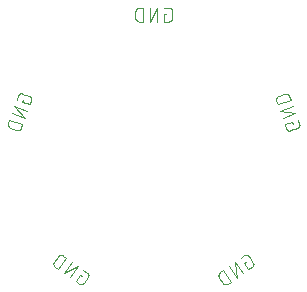
<source format=gbr>
G04 EAGLE Gerber RS-274X export*
G75*
%MOMM*%
%FSLAX34Y34*%
%LPD*%
%INSilkscreen Bottom*%
%IPPOS*%
%AMOC8*
5,1,8,0,0,1.08239X$1,22.5*%
G01*
%ADD10C,0.101600*%


D10*
X357094Y466149D02*
X355146Y466149D01*
X355146Y459658D01*
X359041Y459658D01*
X359140Y459660D01*
X359240Y459666D01*
X359339Y459675D01*
X359437Y459688D01*
X359535Y459705D01*
X359633Y459726D01*
X359729Y459751D01*
X359824Y459779D01*
X359918Y459811D01*
X360011Y459846D01*
X360103Y459885D01*
X360193Y459928D01*
X360281Y459973D01*
X360368Y460023D01*
X360452Y460075D01*
X360535Y460131D01*
X360615Y460189D01*
X360693Y460251D01*
X360768Y460316D01*
X360841Y460384D01*
X360911Y460454D01*
X360979Y460527D01*
X361044Y460602D01*
X361106Y460680D01*
X361164Y460760D01*
X361220Y460843D01*
X361272Y460927D01*
X361322Y461014D01*
X361367Y461102D01*
X361410Y461192D01*
X361449Y461284D01*
X361484Y461377D01*
X361516Y461471D01*
X361544Y461566D01*
X361569Y461662D01*
X361590Y461760D01*
X361607Y461858D01*
X361620Y461956D01*
X361629Y462055D01*
X361635Y462155D01*
X361637Y462254D01*
X361638Y462254D02*
X361638Y468746D01*
X361637Y468746D02*
X361635Y468845D01*
X361629Y468945D01*
X361620Y469044D01*
X361607Y469142D01*
X361590Y469240D01*
X361569Y469338D01*
X361544Y469434D01*
X361516Y469529D01*
X361484Y469623D01*
X361449Y469716D01*
X361410Y469808D01*
X361367Y469898D01*
X361322Y469986D01*
X361272Y470073D01*
X361220Y470157D01*
X361164Y470240D01*
X361106Y470320D01*
X361044Y470398D01*
X360979Y470473D01*
X360911Y470546D01*
X360841Y470616D01*
X360768Y470684D01*
X360693Y470749D01*
X360615Y470811D01*
X360535Y470869D01*
X360452Y470925D01*
X360368Y470977D01*
X360281Y471027D01*
X360193Y471072D01*
X360103Y471115D01*
X360011Y471154D01*
X359918Y471189D01*
X359824Y471221D01*
X359729Y471249D01*
X359633Y471274D01*
X359535Y471295D01*
X359437Y471312D01*
X359339Y471325D01*
X359240Y471334D01*
X359140Y471340D01*
X359041Y471342D01*
X355146Y471342D01*
X349446Y471342D02*
X349446Y459658D01*
X342954Y459658D02*
X349446Y471342D01*
X342954Y471342D02*
X342954Y459658D01*
X337254Y459658D02*
X337254Y471342D01*
X334008Y471342D01*
X333895Y471340D01*
X333782Y471334D01*
X333669Y471324D01*
X333556Y471310D01*
X333444Y471293D01*
X333333Y471271D01*
X333223Y471246D01*
X333113Y471216D01*
X333005Y471183D01*
X332898Y471146D01*
X332792Y471106D01*
X332688Y471061D01*
X332585Y471013D01*
X332484Y470962D01*
X332385Y470907D01*
X332288Y470849D01*
X332193Y470787D01*
X332100Y470722D01*
X332010Y470654D01*
X331922Y470583D01*
X331836Y470508D01*
X331753Y470431D01*
X331673Y470351D01*
X331596Y470268D01*
X331521Y470182D01*
X331450Y470094D01*
X331382Y470004D01*
X331317Y469911D01*
X331255Y469816D01*
X331197Y469719D01*
X331142Y469620D01*
X331091Y469519D01*
X331043Y469416D01*
X330998Y469312D01*
X330958Y469206D01*
X330921Y469099D01*
X330888Y468991D01*
X330858Y468881D01*
X330833Y468771D01*
X330811Y468660D01*
X330794Y468548D01*
X330780Y468435D01*
X330770Y468322D01*
X330764Y468209D01*
X330762Y468096D01*
X330762Y462904D01*
X330764Y462791D01*
X330770Y462678D01*
X330780Y462565D01*
X330794Y462452D01*
X330811Y462340D01*
X330833Y462229D01*
X330858Y462119D01*
X330888Y462009D01*
X330921Y461901D01*
X330958Y461794D01*
X330998Y461688D01*
X331043Y461584D01*
X331091Y461481D01*
X331142Y461380D01*
X331197Y461281D01*
X331255Y461184D01*
X331317Y461089D01*
X331382Y460996D01*
X331450Y460906D01*
X331521Y460818D01*
X331596Y460732D01*
X331673Y460649D01*
X331753Y460569D01*
X331836Y460492D01*
X331922Y460417D01*
X332010Y460346D01*
X332100Y460278D01*
X332193Y460213D01*
X332288Y460151D01*
X332385Y460093D01*
X332484Y460038D01*
X332585Y459987D01*
X332688Y459939D01*
X332792Y459894D01*
X332898Y459854D01*
X333005Y459817D01*
X333113Y459784D01*
X333223Y459754D01*
X333333Y459729D01*
X333444Y459707D01*
X333556Y459690D01*
X333669Y459676D01*
X333782Y459666D01*
X333895Y459660D01*
X334008Y459658D01*
X337254Y459658D01*
X463370Y374915D02*
X464036Y373085D01*
X463370Y374915D02*
X457270Y372695D01*
X458602Y369035D01*
X458603Y369035D02*
X458638Y368942D01*
X458678Y368851D01*
X458720Y368761D01*
X458767Y368673D01*
X458816Y368587D01*
X458869Y368503D01*
X458925Y368420D01*
X458984Y368340D01*
X459046Y368263D01*
X459111Y368188D01*
X459179Y368115D01*
X459250Y368045D01*
X459323Y367978D01*
X459399Y367913D01*
X459477Y367852D01*
X459558Y367793D01*
X459640Y367738D01*
X459725Y367686D01*
X459812Y367637D01*
X459900Y367592D01*
X459990Y367550D01*
X460082Y367511D01*
X460175Y367476D01*
X460269Y367445D01*
X460365Y367417D01*
X460461Y367393D01*
X460559Y367372D01*
X460657Y367356D01*
X460755Y367343D01*
X460854Y367334D01*
X460954Y367329D01*
X461053Y367327D01*
X461153Y367329D01*
X461252Y367335D01*
X461351Y367345D01*
X461449Y367359D01*
X461547Y367377D01*
X461644Y367398D01*
X461741Y367423D01*
X461836Y367451D01*
X461930Y367484D01*
X461930Y367483D02*
X468030Y369703D01*
X468030Y369704D02*
X468123Y369739D01*
X468214Y369779D01*
X468304Y369821D01*
X468392Y369868D01*
X468478Y369917D01*
X468562Y369970D01*
X468645Y370026D01*
X468725Y370085D01*
X468802Y370147D01*
X468877Y370212D01*
X468950Y370280D01*
X469020Y370351D01*
X469087Y370424D01*
X469152Y370500D01*
X469213Y370578D01*
X469272Y370659D01*
X469327Y370741D01*
X469379Y370826D01*
X469428Y370913D01*
X469473Y371001D01*
X469515Y371091D01*
X469554Y371183D01*
X469589Y371276D01*
X469620Y371370D01*
X469648Y371466D01*
X469672Y371562D01*
X469693Y371660D01*
X469709Y371758D01*
X469722Y371856D01*
X469731Y371955D01*
X469736Y372055D01*
X469738Y372154D01*
X469736Y372253D01*
X469730Y372353D01*
X469720Y372452D01*
X469706Y372550D01*
X469688Y372648D01*
X469667Y372745D01*
X469642Y372842D01*
X469614Y372937D01*
X469581Y373031D01*
X469582Y373031D02*
X468250Y376691D01*
X466300Y382048D02*
X455320Y378052D01*
X453100Y384152D02*
X466300Y382048D01*
X464080Y388148D02*
X453100Y384152D01*
X451151Y389509D02*
X462130Y393505D01*
X461020Y396555D01*
X460980Y396661D01*
X460935Y396765D01*
X460887Y396868D01*
X460836Y396969D01*
X460781Y397068D01*
X460723Y397165D01*
X460661Y397260D01*
X460596Y397353D01*
X460528Y397443D01*
X460457Y397531D01*
X460382Y397617D01*
X460305Y397700D01*
X460225Y397780D01*
X460142Y397857D01*
X460056Y397932D01*
X459968Y398003D01*
X459878Y398071D01*
X459785Y398136D01*
X459690Y398198D01*
X459593Y398256D01*
X459494Y398311D01*
X459393Y398362D01*
X459290Y398410D01*
X459186Y398455D01*
X459080Y398495D01*
X458973Y398532D01*
X458865Y398565D01*
X458755Y398595D01*
X458645Y398620D01*
X458534Y398642D01*
X458422Y398659D01*
X458309Y398673D01*
X458196Y398683D01*
X458083Y398689D01*
X457970Y398691D01*
X457857Y398689D01*
X457744Y398683D01*
X457631Y398673D01*
X457518Y398659D01*
X457406Y398642D01*
X457295Y398620D01*
X457185Y398595D01*
X457075Y398565D01*
X456967Y398532D01*
X456860Y398495D01*
X456860Y398494D02*
X451980Y396718D01*
X451980Y396719D02*
X451874Y396679D01*
X451770Y396634D01*
X451667Y396586D01*
X451566Y396535D01*
X451467Y396480D01*
X451370Y396422D01*
X451275Y396360D01*
X451182Y396295D01*
X451092Y396227D01*
X451004Y396156D01*
X450918Y396081D01*
X450835Y396004D01*
X450755Y395924D01*
X450678Y395841D01*
X450603Y395755D01*
X450532Y395667D01*
X450464Y395577D01*
X450399Y395484D01*
X450337Y395389D01*
X450279Y395292D01*
X450224Y395193D01*
X450173Y395092D01*
X450125Y394989D01*
X450080Y394885D01*
X450040Y394779D01*
X450003Y394672D01*
X449970Y394564D01*
X449940Y394454D01*
X449915Y394344D01*
X449893Y394233D01*
X449876Y394121D01*
X449862Y394008D01*
X449852Y393895D01*
X449846Y393782D01*
X449844Y393669D01*
X449846Y393556D01*
X449852Y393443D01*
X449862Y393330D01*
X449876Y393217D01*
X449893Y393105D01*
X449915Y392994D01*
X449940Y392884D01*
X449970Y392774D01*
X450003Y392666D01*
X450040Y392559D01*
X450041Y392559D02*
X451151Y389509D01*
X424343Y256226D02*
X422748Y255109D01*
X426471Y249792D01*
X429662Y252026D01*
X429661Y252026D02*
X429741Y252085D01*
X429819Y252147D01*
X429895Y252211D01*
X429968Y252279D01*
X430039Y252349D01*
X430106Y252422D01*
X430171Y252497D01*
X430233Y252575D01*
X430292Y252655D01*
X430348Y252737D01*
X430401Y252822D01*
X430450Y252908D01*
X430496Y252996D01*
X430539Y253086D01*
X430578Y253177D01*
X430613Y253270D01*
X430645Y253364D01*
X430674Y253460D01*
X430698Y253556D01*
X430719Y253653D01*
X430737Y253751D01*
X430750Y253850D01*
X430760Y253949D01*
X430766Y254048D01*
X430768Y254147D01*
X430766Y254247D01*
X430761Y254346D01*
X430751Y254445D01*
X430738Y254544D01*
X430722Y254642D01*
X430701Y254739D01*
X430677Y254836D01*
X430649Y254931D01*
X430617Y255025D01*
X430582Y255118D01*
X430543Y255210D01*
X430501Y255300D01*
X430455Y255388D01*
X430406Y255475D01*
X430354Y255559D01*
X430299Y255642D01*
X426576Y260959D01*
X426517Y261039D01*
X426455Y261117D01*
X426391Y261193D01*
X426323Y261266D01*
X426253Y261337D01*
X426180Y261404D01*
X426105Y261469D01*
X426027Y261531D01*
X425947Y261590D01*
X425865Y261646D01*
X425780Y261699D01*
X425694Y261748D01*
X425606Y261794D01*
X425516Y261837D01*
X425425Y261876D01*
X425332Y261911D01*
X425238Y261943D01*
X425142Y261972D01*
X425046Y261996D01*
X424949Y262017D01*
X424851Y262035D01*
X424752Y262048D01*
X424653Y262058D01*
X424554Y262064D01*
X424455Y262066D01*
X424355Y262064D01*
X424256Y262059D01*
X424157Y262050D01*
X424058Y262036D01*
X423960Y262020D01*
X423863Y261999D01*
X423766Y261975D01*
X423671Y261947D01*
X423577Y261915D01*
X423484Y261880D01*
X423392Y261841D01*
X423302Y261799D01*
X423214Y261753D01*
X423127Y261704D01*
X423043Y261652D01*
X422960Y261597D01*
X419770Y259363D01*
X415100Y256093D02*
X421801Y246522D01*
X416484Y242799D02*
X415100Y256093D01*
X409783Y252370D02*
X416484Y242799D01*
X411814Y239529D02*
X405113Y249100D01*
X402454Y247238D01*
X402454Y247239D02*
X402363Y247172D01*
X402273Y247103D01*
X402186Y247030D01*
X402102Y246954D01*
X402021Y246875D01*
X401942Y246794D01*
X401866Y246710D01*
X401793Y246623D01*
X401724Y246534D01*
X401657Y246442D01*
X401594Y246348D01*
X401534Y246252D01*
X401477Y246154D01*
X401424Y246054D01*
X401374Y245952D01*
X401328Y245848D01*
X401286Y245743D01*
X401247Y245637D01*
X401212Y245529D01*
X401181Y245420D01*
X401153Y245310D01*
X401130Y245199D01*
X401110Y245088D01*
X401094Y244976D01*
X401082Y244863D01*
X401074Y244750D01*
X401070Y244637D01*
X401070Y244523D01*
X401074Y244410D01*
X401082Y244297D01*
X401094Y244184D01*
X401110Y244072D01*
X401130Y243961D01*
X401153Y243850D01*
X401181Y243740D01*
X401212Y243631D01*
X401247Y243523D01*
X401286Y243417D01*
X401328Y243312D01*
X401374Y243208D01*
X401424Y243106D01*
X401477Y243006D01*
X401534Y242908D01*
X401594Y242812D01*
X401657Y242718D01*
X404636Y238464D01*
X404635Y238464D02*
X404702Y238373D01*
X404771Y238283D01*
X404844Y238196D01*
X404920Y238112D01*
X404999Y238031D01*
X405080Y237952D01*
X405164Y237876D01*
X405251Y237803D01*
X405341Y237734D01*
X405432Y237667D01*
X405526Y237604D01*
X405622Y237544D01*
X405720Y237487D01*
X405820Y237434D01*
X405922Y237384D01*
X406026Y237338D01*
X406131Y237296D01*
X406237Y237257D01*
X406345Y237222D01*
X406454Y237191D01*
X406564Y237163D01*
X406675Y237140D01*
X406786Y237120D01*
X406898Y237104D01*
X407011Y237092D01*
X407124Y237084D01*
X407237Y237080D01*
X407351Y237080D01*
X407464Y237084D01*
X407577Y237092D01*
X407690Y237104D01*
X407802Y237120D01*
X407913Y237140D01*
X408024Y237163D01*
X408134Y237191D01*
X408243Y237222D01*
X408351Y237257D01*
X408457Y237296D01*
X408562Y237338D01*
X408666Y237384D01*
X408768Y237434D01*
X408868Y237487D01*
X408966Y237544D01*
X409062Y237604D01*
X409156Y237667D01*
X411814Y239529D01*
X285396Y243983D02*
X283801Y245100D01*
X280078Y239783D01*
X283268Y237549D01*
X283351Y237494D01*
X283435Y237442D01*
X283522Y237393D01*
X283610Y237347D01*
X283700Y237305D01*
X283792Y237266D01*
X283885Y237231D01*
X283979Y237199D01*
X284074Y237171D01*
X284171Y237147D01*
X284268Y237126D01*
X284366Y237110D01*
X284465Y237096D01*
X284564Y237087D01*
X284663Y237082D01*
X284763Y237080D01*
X284862Y237082D01*
X284961Y237088D01*
X285060Y237098D01*
X285159Y237111D01*
X285257Y237129D01*
X285354Y237150D01*
X285450Y237174D01*
X285546Y237203D01*
X285640Y237235D01*
X285733Y237270D01*
X285824Y237309D01*
X285914Y237352D01*
X286002Y237398D01*
X286088Y237447D01*
X286173Y237500D01*
X286255Y237556D01*
X286335Y237615D01*
X286413Y237677D01*
X286488Y237742D01*
X286561Y237809D01*
X286631Y237880D01*
X286699Y237953D01*
X286763Y238029D01*
X286825Y238107D01*
X286884Y238187D01*
X290607Y243504D01*
X290662Y243587D01*
X290714Y243671D01*
X290763Y243758D01*
X290809Y243846D01*
X290851Y243936D01*
X290890Y244028D01*
X290925Y244121D01*
X290957Y244215D01*
X290985Y244310D01*
X291009Y244407D01*
X291030Y244504D01*
X291046Y244602D01*
X291060Y244701D01*
X291069Y244800D01*
X291074Y244899D01*
X291076Y244999D01*
X291074Y245098D01*
X291068Y245197D01*
X291058Y245296D01*
X291045Y245395D01*
X291027Y245493D01*
X291006Y245590D01*
X290982Y245686D01*
X290953Y245782D01*
X290921Y245876D01*
X290886Y245969D01*
X290847Y246060D01*
X290804Y246150D01*
X290758Y246238D01*
X290709Y246324D01*
X290656Y246409D01*
X290600Y246491D01*
X290541Y246571D01*
X290479Y246649D01*
X290414Y246724D01*
X290347Y246797D01*
X290276Y246867D01*
X290203Y246935D01*
X290127Y246999D01*
X290049Y247061D01*
X289969Y247120D01*
X289970Y247120D02*
X286779Y249354D01*
X282110Y252624D02*
X275408Y243053D01*
X270091Y246776D02*
X282110Y252624D01*
X276792Y256347D02*
X270091Y246776D01*
X265421Y250046D02*
X272122Y259617D01*
X269464Y261478D01*
X269464Y261479D02*
X269370Y261542D01*
X269274Y261602D01*
X269176Y261659D01*
X269076Y261712D01*
X268974Y261762D01*
X268870Y261808D01*
X268765Y261850D01*
X268659Y261889D01*
X268551Y261924D01*
X268442Y261955D01*
X268332Y261983D01*
X268221Y262006D01*
X268110Y262026D01*
X267998Y262042D01*
X267885Y262054D01*
X267772Y262062D01*
X267659Y262066D01*
X267545Y262066D01*
X267432Y262062D01*
X267319Y262054D01*
X267206Y262042D01*
X267094Y262026D01*
X266983Y262006D01*
X266872Y261983D01*
X266762Y261955D01*
X266653Y261924D01*
X266545Y261889D01*
X266439Y261850D01*
X266334Y261808D01*
X266230Y261762D01*
X266128Y261712D01*
X266028Y261659D01*
X265930Y261602D01*
X265834Y261542D01*
X265740Y261479D01*
X265649Y261412D01*
X265559Y261343D01*
X265472Y261270D01*
X265388Y261194D01*
X265307Y261115D01*
X265228Y261034D01*
X265152Y260950D01*
X265079Y260863D01*
X265010Y260774D01*
X264943Y260682D01*
X264944Y260681D02*
X261965Y256428D01*
X261902Y256334D01*
X261842Y256238D01*
X261785Y256140D01*
X261732Y256040D01*
X261682Y255938D01*
X261636Y255834D01*
X261594Y255729D01*
X261555Y255623D01*
X261520Y255515D01*
X261489Y255406D01*
X261461Y255296D01*
X261438Y255185D01*
X261418Y255074D01*
X261402Y254962D01*
X261390Y254849D01*
X261382Y254736D01*
X261378Y254623D01*
X261378Y254509D01*
X261382Y254396D01*
X261390Y254283D01*
X261402Y254170D01*
X261418Y254058D01*
X261438Y253947D01*
X261461Y253836D01*
X261489Y253726D01*
X261520Y253617D01*
X261555Y253509D01*
X261594Y253403D01*
X261636Y253298D01*
X261682Y253194D01*
X261732Y253092D01*
X261785Y252992D01*
X261842Y252894D01*
X261902Y252798D01*
X261965Y252704D01*
X262032Y252612D01*
X262101Y252523D01*
X262174Y252436D01*
X262250Y252352D01*
X262329Y252271D01*
X262410Y252192D01*
X262494Y252116D01*
X262581Y252043D01*
X262671Y251974D01*
X262762Y251907D01*
X265421Y250046D01*
X235150Y391729D02*
X235816Y393559D01*
X235150Y391729D02*
X241250Y389509D01*
X242582Y393169D01*
X242581Y393169D02*
X242614Y393263D01*
X242642Y393358D01*
X242667Y393455D01*
X242688Y393552D01*
X242706Y393650D01*
X242720Y393748D01*
X242730Y393847D01*
X242736Y393947D01*
X242738Y394046D01*
X242736Y394145D01*
X242731Y394245D01*
X242722Y394344D01*
X242709Y394442D01*
X242693Y394540D01*
X242672Y394638D01*
X242648Y394734D01*
X242620Y394830D01*
X242589Y394924D01*
X242554Y395017D01*
X242515Y395109D01*
X242473Y395199D01*
X242428Y395287D01*
X242379Y395374D01*
X242327Y395459D01*
X242272Y395541D01*
X242213Y395622D01*
X242152Y395700D01*
X242087Y395776D01*
X242020Y395849D01*
X241950Y395920D01*
X241877Y395988D01*
X241802Y396053D01*
X241725Y396115D01*
X241645Y396174D01*
X241562Y396230D01*
X241478Y396283D01*
X241392Y396332D01*
X241304Y396379D01*
X241214Y396421D01*
X241123Y396461D01*
X241030Y396496D01*
X234930Y398716D01*
X234930Y398717D02*
X234836Y398750D01*
X234741Y398778D01*
X234644Y398803D01*
X234547Y398824D01*
X234449Y398842D01*
X234351Y398856D01*
X234252Y398866D01*
X234153Y398872D01*
X234053Y398874D01*
X233954Y398872D01*
X233854Y398867D01*
X233755Y398858D01*
X233657Y398845D01*
X233558Y398829D01*
X233461Y398808D01*
X233365Y398784D01*
X233269Y398756D01*
X233175Y398725D01*
X233081Y398690D01*
X232990Y398651D01*
X232900Y398609D01*
X232811Y398564D01*
X232724Y398515D01*
X232640Y398463D01*
X232557Y398408D01*
X232476Y398349D01*
X232398Y398288D01*
X232322Y398223D01*
X232249Y398156D01*
X232179Y398086D01*
X232111Y398013D01*
X232046Y397938D01*
X231983Y397860D01*
X231924Y397780D01*
X231868Y397698D01*
X231815Y397614D01*
X231766Y397527D01*
X231720Y397439D01*
X231677Y397349D01*
X231637Y397258D01*
X231602Y397165D01*
X230270Y393505D01*
X228320Y388148D02*
X239300Y384152D01*
X237080Y378052D02*
X228320Y388148D01*
X226100Y382048D02*
X237080Y378052D01*
X235130Y372695D02*
X224151Y376691D01*
X223041Y373641D01*
X223040Y373641D02*
X223003Y373534D01*
X222970Y373426D01*
X222940Y373316D01*
X222915Y373206D01*
X222893Y373095D01*
X222876Y372983D01*
X222862Y372870D01*
X222852Y372757D01*
X222846Y372644D01*
X222844Y372531D01*
X222846Y372418D01*
X222852Y372305D01*
X222862Y372192D01*
X222876Y372079D01*
X222893Y371967D01*
X222915Y371856D01*
X222940Y371746D01*
X222970Y371636D01*
X223003Y371528D01*
X223040Y371421D01*
X223080Y371315D01*
X223125Y371211D01*
X223173Y371108D01*
X223224Y371007D01*
X223279Y370908D01*
X223337Y370811D01*
X223399Y370716D01*
X223464Y370623D01*
X223532Y370533D01*
X223603Y370445D01*
X223678Y370359D01*
X223755Y370276D01*
X223835Y370196D01*
X223918Y370119D01*
X224004Y370044D01*
X224092Y369973D01*
X224182Y369905D01*
X224275Y369840D01*
X224370Y369778D01*
X224467Y369720D01*
X224566Y369665D01*
X224667Y369614D01*
X224770Y369566D01*
X224874Y369521D01*
X224980Y369481D01*
X229860Y367705D01*
X229860Y367706D02*
X229967Y367669D01*
X230076Y367636D01*
X230185Y367606D01*
X230295Y367581D01*
X230407Y367559D01*
X230518Y367542D01*
X230631Y367528D01*
X230744Y367518D01*
X230857Y367512D01*
X230970Y367510D01*
X231083Y367512D01*
X231196Y367518D01*
X231309Y367528D01*
X231422Y367542D01*
X231534Y367559D01*
X231645Y367581D01*
X231755Y367606D01*
X231864Y367636D01*
X231973Y367669D01*
X232080Y367706D01*
X232186Y367746D01*
X232290Y367791D01*
X232393Y367838D01*
X232493Y367890D01*
X232593Y367945D01*
X232690Y368003D01*
X232785Y368065D01*
X232877Y368130D01*
X232968Y368198D01*
X233056Y368269D01*
X233141Y368344D01*
X233224Y368421D01*
X233304Y368501D01*
X233382Y368584D01*
X233456Y368669D01*
X233527Y368757D01*
X233595Y368848D01*
X233660Y368940D01*
X233722Y369035D01*
X233780Y369133D01*
X233835Y369232D01*
X233887Y369333D01*
X233934Y369435D01*
X233979Y369539D01*
X234019Y369645D01*
X234020Y369645D02*
X235130Y372695D01*
M02*

</source>
